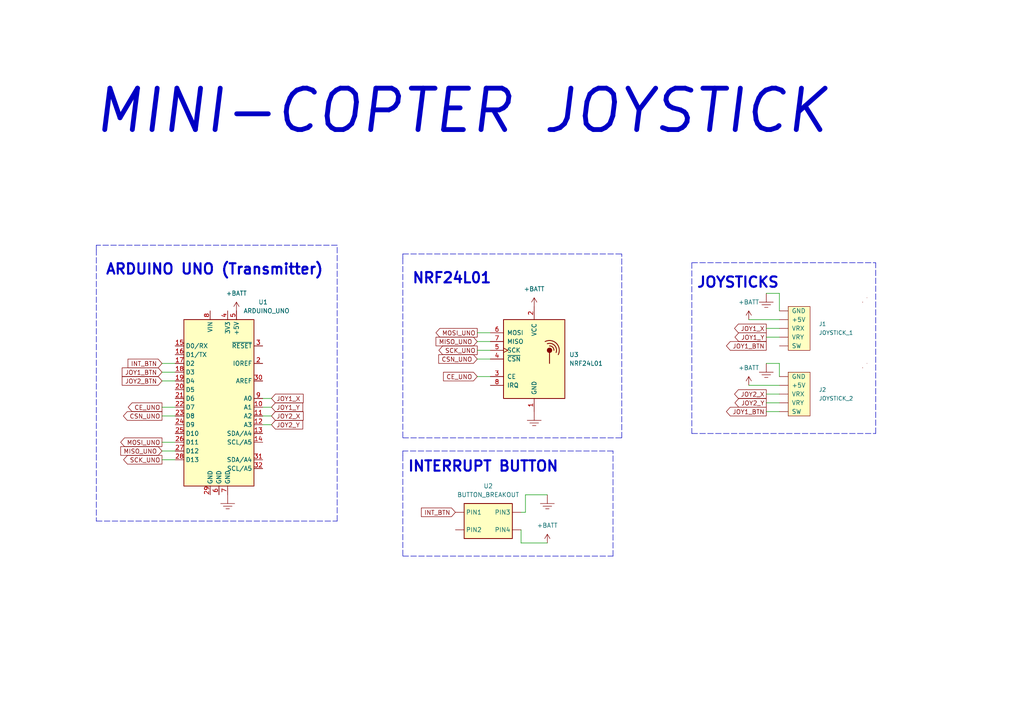
<source format=kicad_sch>
(kicad_sch (version 20211123) (generator eeschema)
  (paper "A4")
  (title_block (title "Mini-Copter Joystick") (date "2023-04-20") (rev "v1.0") (comment 4 "By: Ashish Agrahari"))
  (lib_symbols
    (symbol "+BATT_2" (power) (pin_names (offset 0))
      (property "Value" "+BATT_2" (at 0 5.08 0))
      (symbol "+BATT_2_0_1"
        (polyline (pts (xy -0.762 1.27) (xy 0 2.54)))
        (polyline (pts (xy 0 0) (xy 0 2.54)))
        (polyline (pts (xy 0 2.54) (xy 0.762 1.27)))
      )
      (symbol "+BATT_2_1_1"
        (pin power_in line (at 0 0 90) (length 0) hide (name "+BATT") (number "1"))
      )
    )
    (symbol "AA_Custom_Components:BUTTON_BREAKOUT" (pin_numbers hide)
      (property "Reference" "U" (at -3.81 8.89 0))
      (property "Value" "BUTTON_BREAKOUT" (at -11.43 6.35 0))
      (symbol "BUTTON_BREAKOUT_0_1"
        (rectangle (start -10.16 5.08) (end 3.81 -5.08) (stroke (width 0.254)) (fill (type background)))
      )
      (symbol "BUTTON_BREAKOUT_1_1"
        (pin bidirectional line (at -12.7 2.54 0) (length 2.54) (name "PIN1") (number "1"))
        (pin bidirectional line (at -12.7 -2.54 0) (length 2.54) (name "PIN2") (number "2"))
        (pin bidirectional line (at 6.35 -2.54 180) (length 2.54) (name "PIN4") (number "3"))
        (pin bidirectional line (at 6.35 2.54 180) (length 2.54) (name "PIN3") (number "4"))
      )
    )
    (symbol "AA_Custom_Components:GND" (power) (pin_numbers hide) (pin_names (offset 1.016) hide)
      (symbol "GND_1_0"
        (polyline (pts (xy -2.032 -2.54) (xy 2.032 -2.54)))
        (polyline (pts (xy -1.27 -3.302) (xy 1.27 -3.302)))
        (polyline (pts (xy -0.508 -4.064) (xy 0.508 -4.064)))
        (polyline (pts (xy 0 0) (xy 0 -2.54)))
      )
      (symbol "GND_1_1"
        (pin power_in line (at 0 0 270) (length 0) hide (name "GND") (number "~"))
      )
    )
    (symbol "AA_Custom_Components:JOYSTICK_BREAKOUT" (pin_numbers hide) (pin_names (offset 1.016))
      (property "Reference" "J" (at 1.27 8.89 0))
      (property "Value" "JOYSTICK_BREAKOUT" (at 1.27 -10.16 0))
      (symbol "JOYSTICK_BREAKOUT_0_1"
        (rectangle (start -2.54 7.62) (end 3.81 -5.08) (fill (type background)))
        (rectangle (start 19.05 8.89) (end 19.05 8.89))
        (rectangle (start 19.05 8.89) (end 19.05 8.89))
        (rectangle (start 20.32 10.16) (end 20.32 10.16))
      )
      (symbol "JOYSTICK_BREAKOUT_1_1"
        (pin power_in line (at -5.08 3.81 0) (length 2.54) (name "+5V") (number "~"))
        (pin power_in line (at -5.08 6.35 0) (length 2.54) (name "GND") (number "~"))
        (pin input line (at -5.08 -3.81 0) (length 2.54) (name "SW") (number "~"))
        (pin input line (at -5.08 1.27 0) (length 2.54) (name "VRX") (number "~"))
        (pin input line (at -5.08 -1.27 0) (length 2.54) (name "VRY") (number "~"))
      )
    )
    (symbol "MCU_Module:Arduino_UNO_R3"
      (property "Reference" "A" (at -10.16 23.495 0))
      (property "Value" "Arduino_UNO_R3" (at 5.08 -26.67 0))
      (symbol "Arduino_UNO_R3_0_1"
        (rectangle (start -10.16 22.86) (end 10.16 -25.4) (stroke (width 0.254)) (fill (type background)))
      )
      (symbol "Arduino_UNO_R3_1_1"
        (pin no_connect line (at -10.16 -20.32 0) (length 2.54) hide (name "NC") (number "1"))
        (pin bidirectional line (at 12.7 -2.54 180) (length 2.54) (name "A1") (number "10"))
        (pin bidirectional line (at 12.7 -5.08 180) (length 2.54) (name "A2") (number "11"))
        (pin bidirectional line (at 12.7 -7.62 180) (length 2.54) (name "A3") (number "12"))
        (pin bidirectional line (at 12.7 -10.16 180) (length 2.54) (name "SDA/A4") (number "13"))
        (pin bidirectional line (at 12.7 -12.7 180) (length 2.54) (name "SCL/A5") (number "14"))
        (pin bidirectional line (at -12.7 15.24 0) (length 2.54) (name "D0/RX") (number "15"))
        (pin bidirectional line (at -12.7 12.7 0) (length 2.54) (name "D1/TX") (number "16"))
        (pin bidirectional line (at -12.7 10.16 0) (length 2.54) (name "D2") (number "17"))
        (pin bidirectional line (at -12.7 7.62 0) (length 2.54) (name "D3") (number "18"))
        (pin bidirectional line (at -12.7 5.08 0) (length 2.54) (name "D4") (number "19"))
        (pin output line (at 12.7 10.16 180) (length 2.54) (name "IOREF") (number "2"))
        (pin bidirectional line (at -12.7 2.54 0) (length 2.54) (name "D5") (number "20"))
        (pin bidirectional line (at -12.7 0 0) (length 2.54) (name "D6") (number "21"))
        (pin bidirectional line (at -12.7 -2.54 0) (length 2.54) (name "D7") (number "22"))
        (pin bidirectional line (at -12.7 -5.08 0) (length 2.54) (name "D8") (number "23"))
        (pin bidirectional line (at -12.7 -7.62 0) (length 2.54) (name "D9") (number "24"))
        (pin bidirectional line (at -12.7 -10.16 0) (length 2.54) (name "D10") (number "25"))
        (pin bidirectional line (at -12.7 -12.7 0) (length 2.54) (name "D11") (number "26"))
        (pin bidirectional line (at -12.7 -15.24 0) (length 2.54) (name "D12") (number "27"))
        (pin bidirectional line (at -12.7 -17.78 0) (length 2.54) (name "D13") (number "28"))
        (pin power_in line (at -2.54 -27.94 90) (length 2.54) (name "GND") (number "29"))
        (pin input line (at 12.7 15.24 180) (length 2.54) (name "~{RESET}") (number "3"))
        (pin input line (at 12.7 5.08 180) (length 2.54) (name "AREF") (number "30"))
        (pin bidirectional line (at 12.7 -17.78 180) (length 2.54) (name "SDA/A4") (number "31"))
        (pin bidirectional line (at 12.7 -20.32 180) (length 2.54) (name "SCL/A5") (number "32"))
        (pin power_out line (at 2.54 25.4 270) (length 2.54) (name "3V3") (number "4"))
        (pin power_out line (at 5.08 25.4 270) (length 2.54) (name "+5V") (number "5"))
        (pin power_in line (at 0 -27.94 90) (length 2.54) (name "GND") (number "6"))
        (pin power_in line (at 2.54 -27.94 90) (length 2.54) (name "GND") (number "7"))
        (pin power_in line (at -2.54 25.4 270) (length 2.54) (name "VIN") (number "8"))
        (pin bidirectional line (at 12.7 0 180) (length 2.54) (name "A0") (number "9"))
      )
    )
    (symbol "RF:NRF24L01_Breakout" (pin_names (offset 1.016))
      (property "Reference" "U" (at -8.89 12.7 0))
      (property "Value" "NRF24L01_Breakout" (at 3.81 12.7 0))
      (symbol "NRF24L01_Breakout_0_1"
        (rectangle (start -8.89 11.43) (end 8.89 -11.43) (stroke (width 0.254)) (fill (type background)))
        (polyline (pts (xy 4.445 1.905) (xy 4.445 -1.27)) (stroke (width 0.254)))
        (circle (center 4.445 2.54) (radius 0.635) (stroke (width 0.254)) (fill (type outline)))
        (arc (start 5.715 2.54) (mid 5.3521 3.4546) (end 4.445 3.81) (stroke (width 0.254)))
        (arc (start 6.35 1.905) (mid 5.8763 3.9854) (end 3.81 4.445) (stroke (width 0.254)))
        (arc (start 6.985 1.27) (mid 6.453 4.548) (end 3.175 5.08) (stroke (width 0.254)))
      )
      (symbol "NRF24L01_Breakout_1_1"
        (pin power_in line (at 0 -15.24 90) (length 3.81) (name "GND") (number "1"))
        (pin power_in line (at 0 15.24 270) (length 3.81) (name "VCC") (number "2"))
        (pin input line (at -12.7 -5.08 0) (length 3.81) (name "CE") (number "3"))
        (pin input line (at -12.7 0 0) (length 3.81) (name "~{CSN}") (number "4"))
        (pin input clock (at -12.7 2.54 0) (length 3.81) (name "SCK") (number "5"))
        (pin input line (at -12.7 7.62 0) (length 3.81) (name "MOSI") (number "6"))
        (pin output line (at -12.7 5.08 0) (length 3.81) (name "MISO") (number "7"))
        (pin output line (at -12.7 -7.62 0) (length 3.81) (name "IRQ") (number "8"))
      )
    )
  )
  (polyline (pts (xy 27.94 71.12) (xy 27.94 72.39)))
  (polyline (pts (xy 116.84 132.08) (xy 116.84 161.29)))
  (wire (pts (xy 222.25 85.09) (xy 226.06 85.09)))
  (wire (pts (xy 76.2 123.19) (xy 78.74 123.19)))
  (wire (pts (xy 222.25 114.3) (xy 226.06 114.3)))
  (polyline (pts (xy 200.66 125.73) (xy 254 125.73)))
  (polyline (pts (xy 254 125.73) (xy 254 76.2)))
  (wire (pts (xy 226.06 105.41) (xy 226.06 109.22)))
  (wire (pts (xy 46.99 105.41) (xy 50.8 105.41)))
  (wire (pts (xy 222.25 97.79) (xy 226.06 97.79)))
  (polyline (pts (xy 177.8 161.29) (xy 177.8 130.81)))
  (wire (pts (xy 46.99 107.95) (xy 50.8 107.95)))
  (polyline (pts (xy 27.94 72.39) (xy 27.94 151.13)))
  (wire (pts (xy 138.43 96.52) (xy 142.24 96.52)))
  (wire (pts (xy 46.99 130.81) (xy 50.8 130.81)))
  (polyline (pts (xy 180.34 127) (xy 180.34 73.66)))
  (wire (pts (xy 76.2 115.57) (xy 78.74 115.57)))
  (wire (pts (xy 151.13 157.48) (xy 158.75 157.48)))
  (wire (pts (xy 152.4 148.59) (xy 152.4 143.51)))
  (wire (pts (xy 46.99 120.65) (xy 50.8 120.65)))
  (polyline (pts (xy 177.8 130.81) (xy 116.84 130.81)))
  (wire (pts (xy 46.99 110.49) (xy 50.8 110.49)))
  (wire (pts (xy 138.43 109.22) (xy 142.24 109.22)))
  (polyline (pts (xy 116.84 127) (xy 180.34 127)))
  (polyline (pts (xy 200.66 76.2) (xy 254 76.2)))
  (wire (pts (xy 217.17 111.76) (xy 226.06 111.76)))
  (wire (pts (xy 46.99 128.27) (xy 50.8 128.27)))
  (polyline (pts (xy 116.84 74.93) (xy 116.84 127)))
  (wire (pts (xy 222.25 116.84) (xy 226.06 116.84)))
  (wire (pts (xy 76.2 120.65) (xy 78.74 120.65)))
  (wire (pts (xy 138.43 104.14) (xy 142.24 104.14)))
  (wire (pts (xy 222.25 105.41) (xy 226.06 105.41)))
  (wire (pts (xy 46.99 118.11) (xy 50.8 118.11)))
  (polyline (pts (xy 116.84 161.29) (xy 177.8 161.29)))
  (polyline (pts (xy 116.84 73.66) (xy 180.34 73.66)))
  (polyline (pts (xy 97.79 71.12) (xy 27.94 71.12)))
  (wire (pts (xy 226.06 85.09) (xy 226.06 90.17)))
  (wire (pts (xy 222.25 119.38) (xy 226.06 119.38)))
  (polyline (pts (xy 97.79 151.13) (xy 97.79 71.12)))
  (wire (pts (xy 222.25 95.25) (xy 226.06 95.25)))
  (wire (pts (xy 138.43 101.6) (xy 142.24 101.6)))
  (wire (pts (xy 151.13 148.59) (xy 152.4 148.59)))
  (polyline (pts (xy 200.66 76.2) (xy 200.66 125.73)))
  (wire (pts (xy 138.43 99.06) (xy 142.24 99.06)))
  (wire (pts (xy 152.4 143.51) (xy 158.75 143.51)))
  (wire (pts (xy 46.99 133.35) (xy 50.8 133.35)))
  (wire (pts (xy 151.13 153.67) (xy 151.13 157.48)))
  (polyline (pts (xy 116.84 73.66) (xy 116.84 74.93)))
  (wire (pts (xy 217.17 92.71) (xy 226.06 92.71)))
  (wire (pts (xy 76.2 118.11) (xy 78.74 118.11)))
  (polyline (pts (xy 116.84 130.81) (xy 116.84 132.08)))
  (polyline (pts (xy 27.94 151.13) (xy 97.79 151.13)))
  (text "INTERRUPT BUTTON" (at 118.11 137.16 0) (effects (font (size 3 3) (thickness 0.6) bold) (justify left bottom)))
  (text "MINI-COPTER JOYSTICK" (at 26.67 39.37 0) (effects (font (size 12 12) (thickness 1.4) bold italic) (justify left bottom)))
  (text "NRF24L01" (at 119.38 82.55 0) (effects (font (size 3 3) (thickness 0.6) bold) (justify left bottom)))
  (text "JOYSTICKS" (at 201.93 83.82 0) (effects (font (size 3 3) (thickness 0.6) bold) (justify left bottom)))
  (text "ARDUINO UNO (Transmitter)" (at 30.48 80.01 0) (effects (font (size 3 3) (thickness 0.6) bold) (justify left bottom)))
  (global_label "MOSI_UNO" (shape output) (at 46.99 128.27 180) (property "Intersheet References" "${INTERSHEET_REFS}" (effects hide)))
  (global_label "CE_UNO" (shape input) (at 138.43 109.22 180) (property "Intersheet References" "${INTERSHEET_REFS}" (effects hide)))
  (global_label "JOY1_X" (shape input) (at 78.74 115.57 0) (property "Intersheet References" "${INTERSHEET_REFS}" (effects hide)))
  (global_label "JOY1_X" (shape output) (at 222.25 95.25 180) (property "Intersheet References" "${INTERSHEET_REFS}" (effects hide)))
  (global_label "MISO_UNO" (shape input) (at 138.43 99.06 180) (property "Intersheet References" "${INTERSHEET_REFS}" (effects hide)))
  (global_label "SCK_UNO" (shape output) (at 138.43 101.6 180) (property "Intersheet References" "${INTERSHEET_REFS}" (effects hide)))
  (global_label "JOY1_BTN" (shape output) (at 222.25 100.33 180) (property "Intersheet References" "${INTERSHEET_REFS}" (effects hide)))
  (global_label "CSN_UNO" (shape output) (at 46.99 120.65 180) (property "Intersheet References" "${INTERSHEET_REFS}" (effects hide)))
  (global_label "JOY1_Y" (shape output) (at 222.25 97.79 180) (property "Intersheet References" "${INTERSHEET_REFS}" (effects hide)))
  (global_label "SCK_UNO" (shape output) (at 46.99 133.35 180) (property "Intersheet References" "${INTERSHEET_REFS}" (effects hide)))
  (global_label "INT_BTN" (shape input) (at 132.08 148.59 180) (property "Intersheet References" "${INTERSHEET_REFS}" (effects hide)))
  (global_label "JOY1_BTN" (shape input) (at 46.99 107.95 180) (property "Intersheet References" "${INTERSHEET_REFS}" (effects hide)))
  (global_label "JOY2_Y" (shape input) (at 78.74 123.19 0) (property "Intersheet References" "${INTERSHEET_REFS}" (effects hide)))
  (global_label "JOY1_Y" (shape input) (at 78.74 118.11 0) (property "Intersheet References" "${INTERSHEET_REFS}" (effects hide)))
  (global_label "JOY2_Y" (shape output) (at 222.25 116.84 180) (property "Intersheet References" "${INTERSHEET_REFS}" (effects hide)))
  (global_label "CSN_UNO" (shape input) (at 138.43 104.14 180) (property "Intersheet References" "${INTERSHEET_REFS}" (effects hide)))
  (global_label "CE_UNO" (shape output) (at 46.99 118.11 180) (property "Intersheet References" "${INTERSHEET_REFS}" (effects hide)))
  (global_label "INT_BTN" (shape input) (at 46.99 105.41 180) (property "Intersheet References" "${INTERSHEET_REFS}" (effects hide)))
  (global_label "JOY2_X" (shape input) (at 78.74 120.65 0) (property "Intersheet References" "${INTERSHEET_REFS}" (effects hide)))
  (global_label "JOY2_X" (shape output) (at 222.25 114.3 180) (property "Intersheet References" "${INTERSHEET_REFS}" (effects hide)))
  (global_label "MISO_UNO" (shape input) (at 46.99 130.81 180) (property "Intersheet References" "${INTERSHEET_REFS}" (effects hide)))
  (global_label "MOSI_UNO" (shape output) (at 138.43 96.52 180) (property "Intersheet References" "${INTERSHEET_REFS}" (effects hide)))
  (global_label "JOY2_BTN" (shape input) (at 46.99 110.49 180) (property "Intersheet References" "${INTERSHEET_REFS}" (effects hide)))
  (global_label "JOY1_BTN" (shape output) (at 222.25 119.38 180) (property "Intersheet References" "${INTERSHEET_REFS}" (effects hide)))
  (symbol (lib_name "+BATT_2") (lib_id "power:+BATT") (at 68.58 90.17 0) (unit 1)
    (property "Reference" "#PWR01" (effects hide))
    (property "Value" "+5V" (at 68.58 85.09 0))
  )
  (symbol (lib_name "+BATT_2") (lib_id "power:+BATT") (at 217.17 111.76 0) (unit 1)
    (property "Reference" "#PWR05" (effects hide))
    (property "Value" "+5V" (at 217.17 106.68 0))
  )
  (symbol (lib_id "AA_Custom_Components:GND") (at 66.04 143.51 0) (unit 1)
    (property "Reference" "#GND01" (effects hide))
    (property "Value" "GND" (effects hide))
    (property "Footprint" "XXX-00000" (effects hide))
  )
  (symbol (lib_id "AA_Custom_Components:GND") (at 158.75 143.51 0) (unit 1)
    (property "Reference" "#GND03" (effects hide))
    (property "Value" "GND" (effects hide))
    (property "Footprint" "XXX-00000" (effects hide))
  )
  (symbol (lib_id "AA_Custom_Components:JOYSTICK_BREAKOUT") (at 231.14 115.57 0) (unit 1)
    (property "Reference" "J2" (at 237.49 113.03 0) (effects (font (size 1.143 1.143)) (justify left)))
    (property "Value" "JOYSTICK_2" (at 237.49 115.57 0) (effects (font (size 1.143 1.143)) (justify left)))
  )
  (symbol (lib_id "AA_Custom_Components:GND") (at 222.25 85.09 0) (unit 1)
    (property "Reference" "#GND04" (effects hide))
    (property "Value" "GND" (effects hide))
    (property "Footprint" "XXX-00000" (effects hide))
  )
  (symbol (lib_id "MCU_Module:Arduino_UNO_R3") (at 63.5 115.57 0) (unit 1)
    (property "Reference" "U1" (at 74.93 87.63 0) (effects (justify left)))
    (property "Value" "ARDUINO_UNO" (at 70.5994 90.17 0) (effects (justify left)))
    (property "Footprint" "Module:Arduino_UNO_R3" (effects hide))
    (property "Datasheet" "https://www.arduino.cc/en/Main/arduinoBoardUno" (effects hide))
  )
  (symbol (lib_id "AA_Custom_Components:GND") (at 154.94 119.38 0) (unit 1)
    (property "Reference" "#GND02" (effects hide))
    (property "Value" "GND" (effects hide))
    (property "Footprint" "XXX-00000" (effects hide))
  )
  (symbol (lib_name "+BATT_2") (lib_id "power:+BATT") (at 158.75 157.48 0) (unit 1)
    (property "Reference" "#PWR03" (effects hide))
    (property "Value" "+5V" (at 158.75 152.4 0))
  )
  (symbol (lib_name "+BATT_2") (lib_id "power:+BATT") (at 154.94 88.9 0) (unit 1)
    (property "Reference" "#PWR02" (effects hide))
    (property "Value" "+5V" (at 154.94 83.82 0))
  )
  (symbol (lib_id "AA_Custom_Components:GND") (at 222.25 105.41 0) (unit 1)
    (property "Reference" "#GND05" (effects hide))
    (property "Value" "GND" (effects hide))
    (property "Footprint" "XXX-00000" (effects hide))
  )
  (symbol (lib_id "AA_Custom_Components:JOYSTICK_BREAKOUT") (at 231.14 96.52 0) (unit 1)
    (property "Reference" "J1" (at 237.49 93.98 0) (effects (font (size 1.143 1.143)) (justify left)))
    (property "Value" "JOYSTICK_1" (at 237.49 96.52 0) (effects (font (size 1.143 1.143)) (justify left)))
  )
  (symbol (lib_id "AA_Custom_Components:BUTTON_BREAKOUT") (at 144.78 151.13 0) (unit 1)
    (property "Reference" "U2" (at 141.605 140.97 0))
    (property "Value" "BUTTON_BREAKOUT" (at 141.605 143.51 0))
  )
  (symbol (lib_id "RF:NRF24L01_Breakout") (at 154.94 104.14 0) (unit 1)
    (property "Reference" "U3" (at 165.1 102.8699 0) (effects (justify left)))
    (property "Value" "NRF24L01" (at 165.1 105.4099 0) (effects (justify left)))
    (property "Footprint" "AA_Custom_Components:NRF24L01_Breakout" (effects hide))
    (property "Datasheet" "http://www.nordicsemi.com/eng/content/download/2730/34105/file/nRF24L01_Product_Specification_v2_0.pdf" (effects hide))
  )
  (symbol (lib_name "+BATT_2") (lib_id "power:+BATT") (at 217.17 92.71 0) (unit 1)
    (property "Reference" "#PWR04" (effects hide))
    (property "Value" "+5V" (at 217.17 87.63 0))
  )
)
</source>
